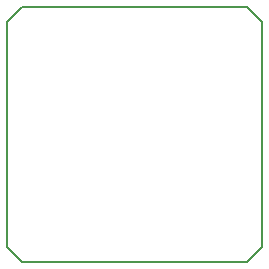
<source format=gm1>
G04 #@! TF.FileFunction,Profile,NP*
%FSLAX46Y46*%
G04 Gerber Fmt 4.6, Leading zero omitted, Abs format (unit mm)*
G04 Created by KiCad (PCBNEW 4.0.2-stable) date 5/2/2017 7:57:29 PM*
%MOMM*%
G01*
G04 APERTURE LIST*
%ADD10C,0.100000*%
%ADD11C,0.150000*%
G04 APERTURE END LIST*
D10*
D11*
X151130000Y-119380000D02*
X151130000Y-100330000D01*
X152400000Y-120650000D02*
X151130000Y-119380000D01*
X171450000Y-120650000D02*
X152400000Y-120650000D01*
X172720000Y-119380000D02*
X171450000Y-120650000D01*
X172720000Y-100330000D02*
X172720000Y-119380000D01*
X171450000Y-99060000D02*
X172720000Y-100330000D01*
X152400000Y-99060000D02*
X171450000Y-99060000D01*
X151130000Y-100330000D02*
X152400000Y-99060000D01*
M02*

</source>
